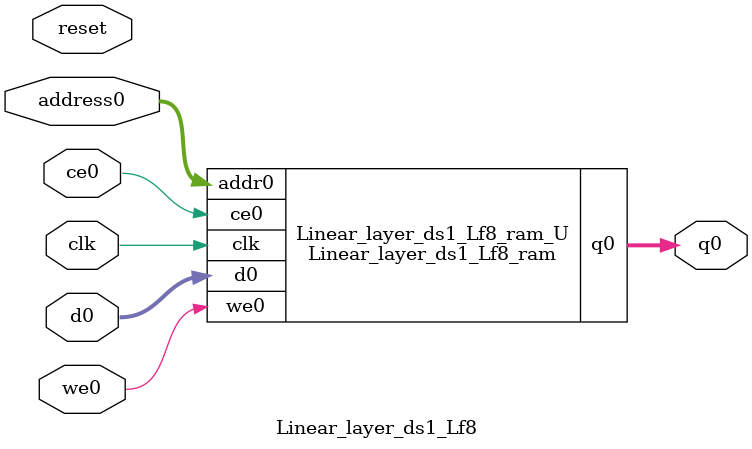
<source format=v>
`timescale 1 ns / 1 ps
module Linear_layer_ds1_Lf8_ram (addr0, ce0, d0, we0, q0,  clk);

parameter DWIDTH = 12;
parameter AWIDTH = 22;
parameter MEM_SIZE = 2359296;

input[AWIDTH-1:0] addr0;
input ce0;
input[DWIDTH-1:0] d0;
input we0;
output wire[DWIDTH-1:0] q0;
input clk;

(* ram_style = "block" *)reg [DWIDTH-1:0] ram[0:MEM_SIZE-1];
wire [AWIDTH-1:0] addr0_t0; 
reg [AWIDTH-1:0] addr0_t1; 
wire [DWIDTH-1:0] d0_t0; 
wire we0_t0; 
reg [DWIDTH-1:0] d0_t1; 
reg we0_t1; 
reg [DWIDTH-1:0] q0_t0;
reg [DWIDTH-1:0] q0_t1;


assign addr0_t0 = addr0;
assign d0_t0 = d0;
assign we0_t0 = we0;
assign q0 = q0_t1;

always @(posedge clk)  
begin
    if (ce0) 
    begin
        addr0_t1 <= addr0_t0; 
        d0_t1 <= d0_t0;
        we0_t1 <= we0_t0;
        q0_t1 <= q0_t0;
    end
end


always @(posedge clk)  
begin 
    if (ce0) begin
        if (we0_t1) 
            ram[addr0_t1] <= d0_t1; 
        q0_t0 <= ram[addr0_t1];
    end
end


endmodule

`timescale 1 ns / 1 ps
module Linear_layer_ds1_Lf8(
    reset,
    clk,
    address0,
    ce0,
    we0,
    d0,
    q0);

parameter DataWidth = 32'd12;
parameter AddressRange = 32'd2359296;
parameter AddressWidth = 32'd22;
input reset;
input clk;
input[AddressWidth - 1:0] address0;
input ce0;
input we0;
input[DataWidth - 1:0] d0;
output[DataWidth - 1:0] q0;



Linear_layer_ds1_Lf8_ram Linear_layer_ds1_Lf8_ram_U(
    .clk( clk ),
    .addr0( address0 ),
    .ce0( ce0 ),
    .we0( we0 ),
    .d0( d0 ),
    .q0( q0 ));

endmodule


</source>
